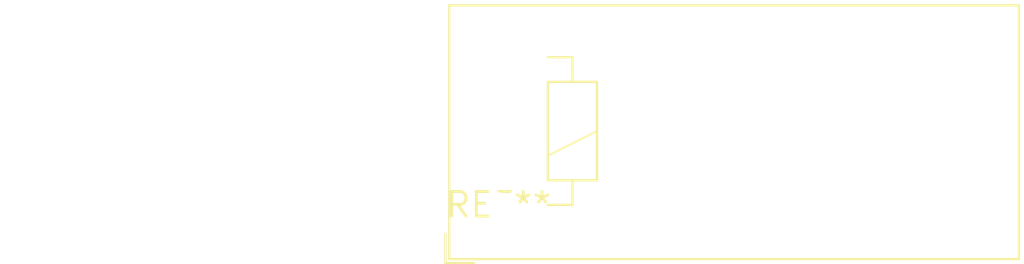
<source format=kicad_pcb>
(kicad_pcb (version 20240108) (generator pcbnew)
  (layers (0 "F.Cu" signal) (31 "B.Cu" signal) (34 "B.Paste" user) (35 "F.Paste" user) (36 "B.SilkS" user "B.Silkscreen") (37 "F.SilkS" user "F.Silkscreen") (38 "B.Mask" user) (39 "F.Mask" user) (44 "Edge.Cuts" user))
  (net 0 "")
  (footprint "Relay_DPDT_Schrack-RT2-FormC-Dual-Coil_RM5mm" (layer "F.Cu") (at 0 0)
    (property "Reference" "REF**")
    (property "Value" "Relay_DPDT_Schrack-RT2-FormC-Dual-Coil_RM5mm")
    (fp_line (start -2.75 1.5) (end -2.75 3) (layer "F.SilkS") (stroke (width 0.12)))
    (fp_line (start -2.75 3) (end -1.25 3) (layer "F.SilkS") (stroke (width 0.12)))
    (fp_line (start -2.55 -10.3) (end -2.55 2.8) (layer "F.SilkS") (stroke (width 0.12)))
    (fp_line (start -2.55 2.8) (end 26.85 2.8) (layer "F.SilkS") (stroke (width 0.12)))
    (fp_line (start 2.54 -6.35) (end 2.54 -1.27) (layer "F.SilkS") (stroke (width 0.12)))
    (fp_line (start 2.54 -2.54) (end 5.08 -3.81) (layer "F.SilkS") (stroke (width 0.1)))
    (fp_line (start 2.54 -1.27) (end 3.81 -1.27) (layer "F.SilkS") (stroke (width 0.12)))
    (fp_line (start 2.54 0) (end 3.81 0) (layer "F.SilkS") (stroke (width 0.12)))
    (fp_line (start 3.81 -7.62) (end 2.54 -7.62) (layer "F.SilkS") (stroke (width 0.12)))
    (fp_line (start 3.81 -6.35) (end 3.81 -7.62) (layer "F.SilkS") (stroke (width 0.12)))
    (fp_line (start 3.81 -1.27) (end 5.08 -1.27) (layer "F.SilkS") (stroke (width 0.12)))
    (fp_line (start 3.81 0) (end 3.81 -1.27) (layer "F.SilkS") (stroke (width 0.12)))
    (fp_line (start 5.08 -6.35) (end 2.54 -6.35) (layer "F.SilkS") (stroke (width 0.12)))
    (fp_line (start 5.08 -1.27) (end 5.08 -6.35) (layer "F.SilkS") (stroke (width 0.12)))
    (fp_line (start 26.85 -10.3) (end -2.55 -10.3) (layer "F.SilkS") (stroke (width 0.12)))
    (fp_line (start 26.85 2.8) (end 26.85 -10.3) (layer "F.SilkS") (stroke (width 0.12)))
    (pad "11" thru_hole oval (at 20.3 0 180) (size 2 3) (drill 1.3) (layers *.Cu *.Mask) (remove_unused_layers))
    (pad "12" thru_hole oval (at 15.26 0 180) (size 2 3) (drill 1.3) (layers *.Cu *.Mask) (remove_unused_layers))
    (pad "14" thru_hole oval (at 25.34 0 180) (size 2 3) (drill 1.3) (layers *.Cu *.Mask) (remove_unused_layers))
    (pad "21" thru_hole oval (at 20.3 -7.5 180) (size 2 3) (drill 1.3) (layers *.Cu *.Mask) (remove_unused_layers))
    (pad "22" thru_hole oval (at 15.26 -7.5 180) (size 2 3) (drill 1.3) (layers *.Cu *.Mask) (remove_unused_layers))
    (pad "24" thru_hole oval (at 25.34 -7.5 180) (size 2 3) (drill 1.3) (layers *.Cu *.Mask) (remove_unused_layers))
    (pad "A1" thru_hole rect (at 0 0 180) (size 3 2) (drill 1.3) (layers *.Cu *.Mask) (remove_unused_layers))
    (pad "A2" thru_hole oval (at 0 -7.5 180) (size 3 2) (drill 1.3) (layers *.Cu *.Mask) (remove_unused_layers))
    (pad "A3" thru_hole oval (at 0 -3.75 180) (size 3 2) (drill 1.3) (layers *.Cu *.Mask) (remove_unused_layers))
  )
)
</source>
